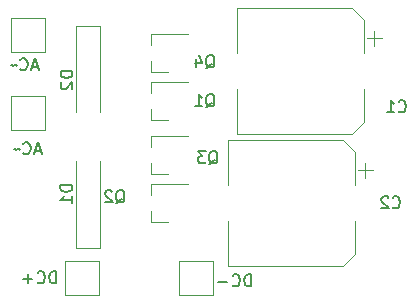
<source format=gbr>
%TF.GenerationSoftware,KiCad,Pcbnew,(6.0.1)*%
%TF.CreationDate,2022-02-14T16:30:39+01:00*%
%TF.ProjectId,Gleichrichter_Fernlicht,476c6569-6368-4726-9963-687465725f46,rev?*%
%TF.SameCoordinates,Original*%
%TF.FileFunction,Legend,Bot*%
%TF.FilePolarity,Positive*%
%FSLAX46Y46*%
G04 Gerber Fmt 4.6, Leading zero omitted, Abs format (unit mm)*
G04 Created by KiCad (PCBNEW (6.0.1)) date 2022-02-14 16:30:39*
%MOMM*%
%LPD*%
G01*
G04 APERTURE LIST*
%ADD10C,0.200000*%
%ADD11C,0.150000*%
%ADD12C,0.120000*%
G04 APERTURE END LIST*
D10*
X154034952Y-121356380D02*
X154034952Y-120356380D01*
X153796857Y-120356380D01*
X153654000Y-120404000D01*
X153558761Y-120499238D01*
X153511142Y-120594476D01*
X153463523Y-120784952D01*
X153463523Y-120927809D01*
X153511142Y-121118285D01*
X153558761Y-121213523D01*
X153654000Y-121308761D01*
X153796857Y-121356380D01*
X154034952Y-121356380D01*
X152463523Y-121261142D02*
X152511142Y-121308761D01*
X152654000Y-121356380D01*
X152749238Y-121356380D01*
X152892095Y-121308761D01*
X152987333Y-121213523D01*
X153034952Y-121118285D01*
X153082571Y-120927809D01*
X153082571Y-120784952D01*
X153034952Y-120594476D01*
X152987333Y-120499238D01*
X152892095Y-120404000D01*
X152749238Y-120356380D01*
X152654000Y-120356380D01*
X152511142Y-120404000D01*
X152463523Y-120451619D01*
X152034952Y-120975428D02*
X151273047Y-120975428D01*
X135969238Y-102782666D02*
X135493047Y-102782666D01*
X136064476Y-103068380D02*
X135731142Y-102068380D01*
X135397809Y-103068380D01*
X134493047Y-102973142D02*
X134540666Y-103020761D01*
X134683523Y-103068380D01*
X134778761Y-103068380D01*
X134921619Y-103020761D01*
X135016857Y-102925523D01*
X135064476Y-102830285D01*
X135112095Y-102639809D01*
X135112095Y-102496952D01*
X135064476Y-102306476D01*
X135016857Y-102211238D01*
X134921619Y-102116000D01*
X134778761Y-102068380D01*
X134683523Y-102068380D01*
X134540666Y-102116000D01*
X134493047Y-102163619D01*
X134207333Y-102687428D02*
X134159714Y-102639809D01*
X134064476Y-102592190D01*
X133874000Y-102687428D01*
X133778761Y-102639809D01*
X133731142Y-102592190D01*
X136223238Y-109894666D02*
X135747047Y-109894666D01*
X136318476Y-110180380D02*
X135985142Y-109180380D01*
X135651809Y-110180380D01*
X134747047Y-110085142D02*
X134794666Y-110132761D01*
X134937523Y-110180380D01*
X135032761Y-110180380D01*
X135175619Y-110132761D01*
X135270857Y-110037523D01*
X135318476Y-109942285D01*
X135366095Y-109751809D01*
X135366095Y-109608952D01*
X135318476Y-109418476D01*
X135270857Y-109323238D01*
X135175619Y-109228000D01*
X135032761Y-109180380D01*
X134937523Y-109180380D01*
X134794666Y-109228000D01*
X134747047Y-109275619D01*
X134461333Y-109799428D02*
X134413714Y-109751809D01*
X134318476Y-109704190D01*
X134128000Y-109799428D01*
X134032761Y-109751809D01*
X133985142Y-109704190D01*
X137524952Y-121102380D02*
X137524952Y-120102380D01*
X137286857Y-120102380D01*
X137144000Y-120150000D01*
X137048761Y-120245238D01*
X137001142Y-120340476D01*
X136953523Y-120530952D01*
X136953523Y-120673809D01*
X137001142Y-120864285D01*
X137048761Y-120959523D01*
X137144000Y-121054761D01*
X137286857Y-121102380D01*
X137524952Y-121102380D01*
X135953523Y-121007142D02*
X136001142Y-121054761D01*
X136144000Y-121102380D01*
X136239238Y-121102380D01*
X136382095Y-121054761D01*
X136477333Y-120959523D01*
X136524952Y-120864285D01*
X136572571Y-120673809D01*
X136572571Y-120530952D01*
X136524952Y-120340476D01*
X136477333Y-120245238D01*
X136382095Y-120150000D01*
X136239238Y-120102380D01*
X136144000Y-120102380D01*
X136001142Y-120150000D01*
X135953523Y-120197619D01*
X135524952Y-120721428D02*
X134763047Y-120721428D01*
X135144000Y-121102380D02*
X135144000Y-120340476D01*
D11*
%TO.C,C1*%
X166536666Y-106529142D02*
X166584285Y-106576761D01*
X166727142Y-106624380D01*
X166822380Y-106624380D01*
X166965238Y-106576761D01*
X167060476Y-106481523D01*
X167108095Y-106386285D01*
X167155714Y-106195809D01*
X167155714Y-106052952D01*
X167108095Y-105862476D01*
X167060476Y-105767238D01*
X166965238Y-105672000D01*
X166822380Y-105624380D01*
X166727142Y-105624380D01*
X166584285Y-105672000D01*
X166536666Y-105719619D01*
X165584285Y-106624380D02*
X166155714Y-106624380D01*
X165870000Y-106624380D02*
X165870000Y-105624380D01*
X165965238Y-105767238D01*
X166060476Y-105862476D01*
X166155714Y-105910095D01*
%TO.C,Q4*%
X150209238Y-102909619D02*
X150304476Y-102862000D01*
X150399714Y-102766761D01*
X150542571Y-102623904D01*
X150637809Y-102576285D01*
X150733047Y-102576285D01*
X150685428Y-102814380D02*
X150780666Y-102766761D01*
X150875904Y-102671523D01*
X150923523Y-102481047D01*
X150923523Y-102147714D01*
X150875904Y-101957238D01*
X150780666Y-101862000D01*
X150685428Y-101814380D01*
X150494952Y-101814380D01*
X150399714Y-101862000D01*
X150304476Y-101957238D01*
X150256857Y-102147714D01*
X150256857Y-102481047D01*
X150304476Y-102671523D01*
X150399714Y-102766761D01*
X150494952Y-102814380D01*
X150685428Y-102814380D01*
X149399714Y-102147714D02*
X149399714Y-102814380D01*
X149637809Y-101766761D02*
X149875904Y-102481047D01*
X149256857Y-102481047D01*
%TO.C,Q2*%
X142589238Y-114339619D02*
X142684476Y-114292000D01*
X142779714Y-114196761D01*
X142922571Y-114053904D01*
X143017809Y-114006285D01*
X143113047Y-114006285D01*
X143065428Y-114244380D02*
X143160666Y-114196761D01*
X143255904Y-114101523D01*
X143303523Y-113911047D01*
X143303523Y-113577714D01*
X143255904Y-113387238D01*
X143160666Y-113292000D01*
X143065428Y-113244380D01*
X142874952Y-113244380D01*
X142779714Y-113292000D01*
X142684476Y-113387238D01*
X142636857Y-113577714D01*
X142636857Y-113911047D01*
X142684476Y-114101523D01*
X142779714Y-114196761D01*
X142874952Y-114244380D01*
X143065428Y-114244380D01*
X142255904Y-113339619D02*
X142208285Y-113292000D01*
X142113047Y-113244380D01*
X141874952Y-113244380D01*
X141779714Y-113292000D01*
X141732095Y-113339619D01*
X141684476Y-113434857D01*
X141684476Y-113530095D01*
X141732095Y-113672952D01*
X142303523Y-114244380D01*
X141684476Y-114244380D01*
%TO.C,C2*%
X166028666Y-114657142D02*
X166076285Y-114704761D01*
X166219142Y-114752380D01*
X166314380Y-114752380D01*
X166457238Y-114704761D01*
X166552476Y-114609523D01*
X166600095Y-114514285D01*
X166647714Y-114323809D01*
X166647714Y-114180952D01*
X166600095Y-113990476D01*
X166552476Y-113895238D01*
X166457238Y-113800000D01*
X166314380Y-113752380D01*
X166219142Y-113752380D01*
X166076285Y-113800000D01*
X166028666Y-113847619D01*
X165647714Y-113847619D02*
X165600095Y-113800000D01*
X165504857Y-113752380D01*
X165266761Y-113752380D01*
X165171523Y-113800000D01*
X165123904Y-113847619D01*
X165076285Y-113942857D01*
X165076285Y-114038095D01*
X165123904Y-114180952D01*
X165695333Y-114752380D01*
X165076285Y-114752380D01*
%TO.C,Q1*%
X150209238Y-106211619D02*
X150304476Y-106164000D01*
X150399714Y-106068761D01*
X150542571Y-105925904D01*
X150637809Y-105878285D01*
X150733047Y-105878285D01*
X150685428Y-106116380D02*
X150780666Y-106068761D01*
X150875904Y-105973523D01*
X150923523Y-105783047D01*
X150923523Y-105449714D01*
X150875904Y-105259238D01*
X150780666Y-105164000D01*
X150685428Y-105116380D01*
X150494952Y-105116380D01*
X150399714Y-105164000D01*
X150304476Y-105259238D01*
X150256857Y-105449714D01*
X150256857Y-105783047D01*
X150304476Y-105973523D01*
X150399714Y-106068761D01*
X150494952Y-106116380D01*
X150685428Y-106116380D01*
X149304476Y-106116380D02*
X149875904Y-106116380D01*
X149590190Y-106116380D02*
X149590190Y-105116380D01*
X149685428Y-105259238D01*
X149780666Y-105354476D01*
X149875904Y-105402095D01*
%TO.C,D2*%
X138910380Y-103147904D02*
X137910380Y-103147904D01*
X137910380Y-103386000D01*
X137958000Y-103528857D01*
X138053238Y-103624095D01*
X138148476Y-103671714D01*
X138338952Y-103719333D01*
X138481809Y-103719333D01*
X138672285Y-103671714D01*
X138767523Y-103624095D01*
X138862761Y-103528857D01*
X138910380Y-103386000D01*
X138910380Y-103147904D01*
X138005619Y-104100285D02*
X137958000Y-104147904D01*
X137910380Y-104243142D01*
X137910380Y-104481238D01*
X137958000Y-104576476D01*
X138005619Y-104624095D01*
X138100857Y-104671714D01*
X138196095Y-104671714D01*
X138338952Y-104624095D01*
X138910380Y-104052666D01*
X138910380Y-104671714D01*
%TO.C,Q3*%
X150463238Y-111037619D02*
X150558476Y-110990000D01*
X150653714Y-110894761D01*
X150796571Y-110751904D01*
X150891809Y-110704285D01*
X150987047Y-110704285D01*
X150939428Y-110942380D02*
X151034666Y-110894761D01*
X151129904Y-110799523D01*
X151177523Y-110609047D01*
X151177523Y-110275714D01*
X151129904Y-110085238D01*
X151034666Y-109990000D01*
X150939428Y-109942380D01*
X150748952Y-109942380D01*
X150653714Y-109990000D01*
X150558476Y-110085238D01*
X150510857Y-110275714D01*
X150510857Y-110609047D01*
X150558476Y-110799523D01*
X150653714Y-110894761D01*
X150748952Y-110942380D01*
X150939428Y-110942380D01*
X150177523Y-109942380D02*
X149558476Y-109942380D01*
X149891809Y-110323333D01*
X149748952Y-110323333D01*
X149653714Y-110370952D01*
X149606095Y-110418571D01*
X149558476Y-110513809D01*
X149558476Y-110751904D01*
X149606095Y-110847142D01*
X149653714Y-110894761D01*
X149748952Y-110942380D01*
X150034666Y-110942380D01*
X150129904Y-110894761D01*
X150177523Y-110847142D01*
%TO.C,D1*%
X138882380Y-112799904D02*
X137882380Y-112799904D01*
X137882380Y-113038000D01*
X137930000Y-113180857D01*
X138025238Y-113276095D01*
X138120476Y-113323714D01*
X138310952Y-113371333D01*
X138453809Y-113371333D01*
X138644285Y-113323714D01*
X138739523Y-113276095D01*
X138834761Y-113180857D01*
X138882380Y-113038000D01*
X138882380Y-112799904D01*
X138882380Y-114323714D02*
X138882380Y-113752285D01*
X138882380Y-114038000D02*
X137882380Y-114038000D01*
X138025238Y-113942761D01*
X138120476Y-113847523D01*
X138168095Y-113752285D01*
D12*
%TO.C,C1*%
X164467000Y-99739000D02*
X164467000Y-100989000D01*
X163602000Y-98828437D02*
X163602000Y-101614000D01*
X165092000Y-100364000D02*
X163842000Y-100364000D01*
X162537563Y-97764000D02*
X152882000Y-97764000D01*
X152882000Y-97764000D02*
X152882000Y-101614000D01*
X163602000Y-107419563D02*
X163602000Y-104634000D01*
X163602000Y-98828437D02*
X162537563Y-97764000D01*
X152882000Y-108484000D02*
X152882000Y-104634000D01*
X163602000Y-107419563D02*
X162537563Y-108484000D01*
X162537563Y-108484000D02*
X152882000Y-108484000D01*
%TO.C,Q4*%
X145544000Y-100020000D02*
X145544000Y-100950000D01*
X145544000Y-103180000D02*
X147004000Y-103180000D01*
X145544000Y-103180000D02*
X145544000Y-102250000D01*
X145544000Y-100020000D02*
X148704000Y-100020000D01*
%TO.C,TP2*%
X147902000Y-122100000D02*
X150802000Y-122100000D01*
X150802000Y-122100000D02*
X150802000Y-119200000D01*
X150802000Y-119200000D02*
X147902000Y-119200000D01*
X147902000Y-119200000D02*
X147902000Y-122100000D01*
%TO.C,Q2*%
X145544000Y-115880000D02*
X145544000Y-114950000D01*
X145544000Y-112720000D02*
X148704000Y-112720000D01*
X145544000Y-112720000D02*
X145544000Y-113650000D01*
X145544000Y-115880000D02*
X147004000Y-115880000D01*
%TO.C,C2*%
X162840000Y-110004437D02*
X162840000Y-112790000D01*
X162840000Y-110004437D02*
X161775563Y-108940000D01*
X161775563Y-108940000D02*
X152120000Y-108940000D01*
X152120000Y-108940000D02*
X152120000Y-112790000D01*
X161775563Y-119660000D02*
X152120000Y-119660000D01*
X162840000Y-118595563D02*
X162840000Y-115810000D01*
X162840000Y-118595563D02*
X161775563Y-119660000D01*
X164330000Y-111540000D02*
X163080000Y-111540000D01*
X152120000Y-119660000D02*
X152120000Y-115810000D01*
X163705000Y-110915000D02*
X163705000Y-112165000D01*
%TO.C,TP4*%
X136578000Y-108130000D02*
X136578000Y-105230000D01*
X136578000Y-105230000D02*
X133678000Y-105230000D01*
X133678000Y-105230000D02*
X133678000Y-108130000D01*
X133678000Y-108130000D02*
X136578000Y-108130000D01*
%TO.C,TP3*%
X141150000Y-122100000D02*
X141150000Y-119200000D01*
X141150000Y-119200000D02*
X138250000Y-119200000D01*
X138250000Y-122100000D02*
X141150000Y-122100000D01*
X138250000Y-119200000D02*
X138250000Y-122100000D01*
%TO.C,Q1*%
X145544000Y-107244000D02*
X145544000Y-106314000D01*
X145544000Y-107244000D02*
X147004000Y-107244000D01*
X145544000Y-104084000D02*
X145544000Y-105014000D01*
X145544000Y-104084000D02*
X148704000Y-104084000D01*
%TO.C,D2*%
X141208000Y-99336000D02*
X141208000Y-106636000D01*
X139208000Y-106636000D02*
X139208000Y-99336000D01*
X139208000Y-99336000D02*
X141208000Y-99336000D01*
%TO.C,Q3*%
X145544000Y-111816000D02*
X147004000Y-111816000D01*
X145544000Y-108656000D02*
X148704000Y-108656000D01*
X145544000Y-111816000D02*
X145544000Y-110886000D01*
X145544000Y-108656000D02*
X145544000Y-109586000D01*
%TO.C,TP1*%
X136578000Y-98626000D02*
X133678000Y-98626000D01*
X133678000Y-98626000D02*
X133678000Y-101526000D01*
X133678000Y-101526000D02*
X136578000Y-101526000D01*
X136578000Y-101526000D02*
X136578000Y-98626000D01*
%TO.C,D1*%
X141208000Y-110788000D02*
X141208000Y-118088000D01*
X139208000Y-118088000D02*
X139208000Y-110788000D01*
X141208000Y-118088000D02*
X139208000Y-118088000D01*
%TD*%
M02*

</source>
